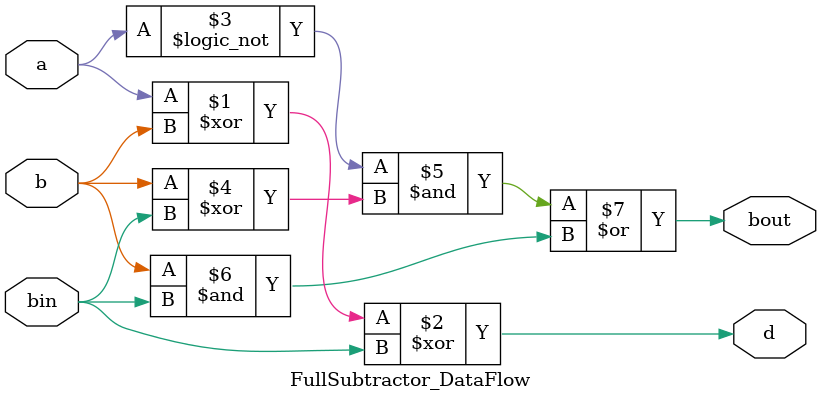
<source format=v>
`timescale 1ns / 1ps


module FullSubtractor_DataFlow(a, b, bin, d, bout);
input a, b, bin;
output d, bout;
assign d = a ^ b ^ bin;
assign bout = (!a) & (b ^ bin) | (b & bin);
endmodule

</source>
